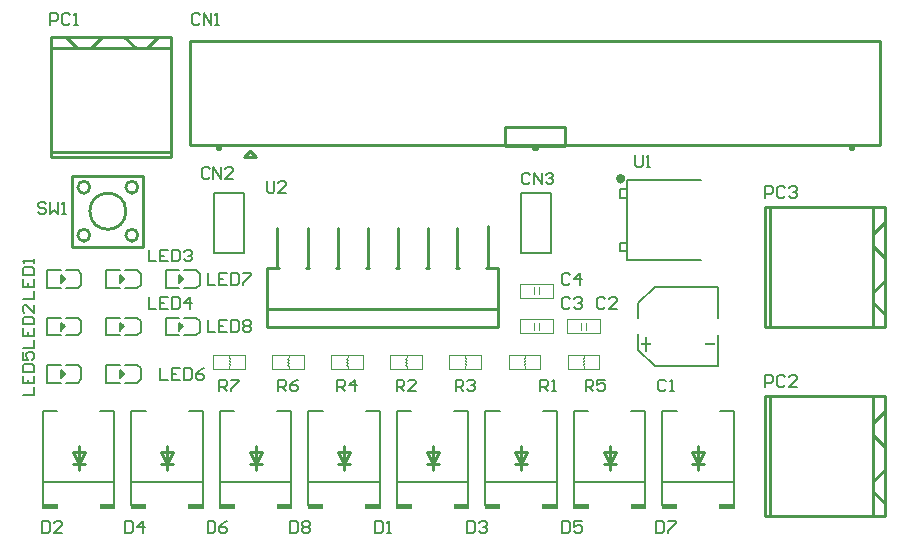
<source format=gto>
G04*
G04 #@! TF.GenerationSoftware,Altium Limited,Altium Designer,21.0.9 (235)*
G04*
G04 Layer_Color=65535*
%FSLAX25Y25*%
%MOIN*%
G70*
G04*
G04 #@! TF.SameCoordinates,53026D08-29A5-4720-9F6D-F62647EDBEAA*
G04*
G04*
G04 #@! TF.FilePolarity,Positive*
G04*
G01*
G75*
%ADD10C,0.01575*%
%ADD11C,0.01000*%
%ADD12C,0.00600*%
%ADD13C,0.00394*%
%ADD14C,0.00591*%
%ADD15C,0.00598*%
%ADD16C,0.00799*%
%ADD17C,0.00800*%
%ADD18C,0.00591*%
G36*
X197463Y291226D02*
X202699D01*
Y289426D01*
X197463D01*
Y291226D01*
D02*
G37*
G36*
X221891D02*
X216655D01*
Y289426D01*
X221891D01*
Y291226D01*
D02*
G37*
G36*
X226963D02*
X232199D01*
Y289426D01*
X226963D01*
Y291226D01*
D02*
G37*
G36*
X251391D02*
X246155D01*
Y289426D01*
X251391D01*
Y291226D01*
D02*
G37*
G36*
X256463D02*
X261699D01*
Y289426D01*
X256463D01*
Y291226D01*
D02*
G37*
G36*
X280891D02*
X275655D01*
Y289426D01*
X280891D01*
Y291226D01*
D02*
G37*
G36*
X285963D02*
X291199D01*
Y289426D01*
X285963D01*
Y291226D01*
D02*
G37*
G36*
X310391D02*
X305155D01*
Y289426D01*
X310391D01*
Y291226D01*
D02*
G37*
G36*
X315463D02*
X320699D01*
Y289426D01*
X315463D01*
Y291226D01*
D02*
G37*
G36*
X421661Y344028D02*
X418543D01*
Y344807D01*
X421661D01*
Y344028D01*
D02*
G37*
G36*
X399185Y344807D02*
X400354D01*
Y344028D01*
X399185D01*
Y341819D01*
X398406D01*
Y344028D01*
X397236D01*
Y344807D01*
X398406D01*
Y347016D01*
X399185D01*
Y344807D01*
D02*
G37*
G36*
X428391Y289426D02*
X423155D01*
Y291226D01*
X428391D01*
Y289426D01*
D02*
G37*
G36*
X409199D02*
X403963D01*
Y291226D01*
X409199D01*
Y289426D01*
D02*
G37*
G36*
X398891D02*
X393655D01*
Y291226D01*
X398891D01*
Y289426D01*
D02*
G37*
G36*
X379699D02*
X374463D01*
Y291226D01*
X379699D01*
Y289426D01*
D02*
G37*
G36*
X369391D02*
X364155D01*
Y291226D01*
X369391D01*
Y289426D01*
D02*
G37*
G36*
X350199D02*
X344963D01*
Y291226D01*
X350199D01*
Y289426D01*
D02*
G37*
G36*
X339891D02*
X334655D01*
Y291226D01*
X339891D01*
Y289426D01*
D02*
G37*
D10*
X390338Y398827D02*
G03*
X390328Y398827I-5J787D01*
G01*
D11*
X213398Y396773D02*
G03*
X213398Y396773I-2000J0D01*
G01*
X229390Y396779D02*
G03*
X229390Y396779I-2000J0D01*
G01*
X213389Y380779D02*
G03*
X213389Y380779I-2000J0D01*
G01*
X229390D02*
G03*
X229390Y380779I-2000J0D01*
G01*
X225411Y388779D02*
G03*
X225411Y388779I-6021J0D01*
G01*
X416177Y302580D02*
Y310580D01*
X414177Y304580D02*
X418177D01*
X416177D02*
X418177D01*
X414177Y308580D02*
X416177Y304580D01*
X414177Y308580D02*
X418177D01*
X416177Y304580D02*
X418177Y308580D01*
X386677Y302580D02*
Y310580D01*
X384677Y304580D02*
X388677D01*
X386677D02*
X388677D01*
X384677Y308580D02*
X386677Y304580D01*
X384677Y308580D02*
X388677D01*
X386677Y304580D02*
X388677Y308580D01*
X357177Y302580D02*
Y310580D01*
X355177Y304580D02*
X359177D01*
X357177D02*
X359177D01*
X355177Y308580D02*
X357177Y304580D01*
X355177Y308580D02*
X359177D01*
X357177Y304580D02*
X359177Y308580D01*
X327677Y302580D02*
Y310580D01*
X325677Y304580D02*
X329677D01*
X327677D02*
X329677D01*
X325677Y308580D02*
X327677Y304580D01*
X325677Y308580D02*
X329677D01*
X327677Y304580D02*
X329677Y308580D01*
X298177Y302580D02*
Y310580D01*
X296177Y304580D02*
X300177D01*
X298177D02*
X300177D01*
X296177Y308580D02*
X298177Y304580D01*
X296177Y308580D02*
X300177D01*
X298177Y304580D02*
X300177Y308580D01*
X268677Y302580D02*
Y310580D01*
X266677Y304580D02*
X270677D01*
X268677D02*
X270677D01*
X266677Y308580D02*
X268677Y304580D01*
X266677Y308580D02*
X270677D01*
X268677Y304580D02*
X270677Y308580D01*
X239177Y302580D02*
Y310580D01*
X237177Y304580D02*
X241177D01*
X239177D02*
X241177D01*
X237177Y308580D02*
X239177Y304580D01*
X237177Y308580D02*
X241177D01*
X239177Y304580D02*
X241177Y308580D01*
X209677Y302580D02*
Y310580D01*
X207677Y304580D02*
X211677D01*
X209677D02*
X211677D01*
X207677Y308580D02*
X209677Y304580D01*
X207677Y308580D02*
X211677D01*
X209677Y304580D02*
X211677Y308580D01*
X207579Y376969D02*
Y400591D01*
Y376969D02*
X231201D01*
Y400591D01*
X207579D02*
X231201D01*
X351771Y410508D02*
Y417008D01*
Y410508D02*
X371771D01*
Y417008D01*
X351771D02*
X371771D01*
X246811Y445394D02*
X476732D01*
Y410748D02*
Y445394D01*
X246811Y410748D02*
Y445394D01*
X266861Y408966D02*
X268861Y406966D01*
X264861D02*
X266861Y408966D01*
X264861Y406966D02*
X268861D01*
X466732Y409567D02*
Y410748D01*
Y409567D02*
X467868D01*
Y410748D01*
X362307Y409567D02*
Y410748D01*
X361171Y409567D02*
Y410748D01*
Y409567D02*
X362307D01*
X256914D02*
Y410748D01*
X255778Y409567D02*
Y410748D01*
Y409567D02*
X256914D01*
X246811Y410748D02*
X476732D01*
X205274Y446923D02*
X209054Y443143D01*
X213740D02*
X217520Y446923D01*
X224881Y446851D02*
X228661Y443071D01*
X232322D02*
X236102Y446851D01*
X200472Y408494D02*
X240414D01*
X240472Y406929D02*
Y446929D01*
X200472Y443036D02*
X240300D01*
X200472Y406939D02*
X240369D01*
X200472D02*
Y446939D01*
X240369D01*
X474639Y318505D02*
X478419Y322285D01*
X474639Y313819D02*
X478419Y310039D01*
X474567Y298898D02*
X478347Y302678D01*
X474567Y295237D02*
X478347Y291457D01*
X439990Y287145D02*
Y327087D01*
X438425Y287087D02*
X478425D01*
X474532Y287259D02*
Y327087D01*
X438435Y287190D02*
Y327087D01*
X478435D01*
Y287190D02*
Y327087D01*
X474639Y381497D02*
X478419Y385277D01*
X474639Y376811D02*
X478419Y373031D01*
X474567Y361890D02*
X478347Y365670D01*
X474567Y358229D02*
X478347Y354449D01*
X439990Y350137D02*
Y390079D01*
X438425Y350079D02*
X478425D01*
X474532Y350251D02*
Y390079D01*
X438435Y350182D02*
Y390079D01*
X478435D01*
Y350182D02*
Y390079D01*
X345534Y369724D02*
X349606D01*
X335534D02*
X336513D01*
X325534D02*
X326513D01*
X315534D02*
X316513D01*
X305534D02*
X306513D01*
X295534D02*
X296513D01*
X285534D02*
X286513D01*
X272441D02*
X276513D01*
X275858D02*
Y383110D01*
X286058Y369724D02*
Y383110D01*
X295958Y369724D02*
Y383110D01*
X305958Y369724D02*
Y383110D01*
X316058Y369724D02*
Y383110D01*
X326058Y369724D02*
Y383110D01*
X335858Y369724D02*
Y383110D01*
X346024Y370260D02*
Y383953D01*
X272441Y350040D02*
X349606D01*
X272441D02*
Y369724D01*
X349606Y350040D02*
Y369724D01*
X272441Y356339D02*
X349606D01*
D12*
X423355Y322235D02*
X428091D01*
X404263D02*
X408999D01*
X428091Y290926D02*
Y322235D01*
X404263Y290926D02*
Y322235D01*
Y298435D02*
X428091D01*
X392326Y372467D02*
X416942D01*
X392326D02*
Y399051D01*
X416942D01*
X422660Y347483D02*
X422739Y337104D01*
X401649D02*
X422739D01*
X396159Y342594D02*
X401649Y337104D01*
X396159Y342594D02*
X396211Y347694D01*
X422715Y353180D02*
X422741Y363686D01*
X401653D02*
X422741D01*
X396157Y358189D02*
X401653Y363686D01*
X396157Y353094D02*
Y358189D01*
X393855Y322235D02*
X398591D01*
X374763D02*
X379499D01*
X398591Y290926D02*
Y322235D01*
X374763Y290926D02*
Y322235D01*
Y298435D02*
X398591D01*
X364355Y322235D02*
X369091D01*
X345263D02*
X349999D01*
X369091Y290926D02*
Y322235D01*
X345263Y290926D02*
Y322235D01*
Y298435D02*
X369091D01*
X334855Y322235D02*
X339591D01*
X315763D02*
X320499D01*
X339591Y290926D02*
Y322235D01*
X315763Y290926D02*
Y322235D01*
Y298435D02*
X339591D01*
X305355Y322235D02*
X310091D01*
X286263D02*
X290999D01*
X310091Y290926D02*
Y322235D01*
X286263Y290926D02*
Y322235D01*
Y298435D02*
X310091D01*
X275855Y322235D02*
X280591D01*
X256763D02*
X261499D01*
X280591Y290926D02*
Y322235D01*
X256763Y290926D02*
Y322235D01*
Y298435D02*
X280591D01*
X246355Y322235D02*
X251091D01*
X227263D02*
X231999D01*
X251091Y290926D02*
Y322235D01*
X227263Y290926D02*
Y322235D01*
Y298435D02*
X251091D01*
X216855Y322235D02*
X221591D01*
X197763D02*
X202499D01*
X221591Y290926D02*
Y322235D01*
X197763Y290926D02*
Y322235D01*
Y298435D02*
X221591D01*
D13*
X313595Y336221D02*
X324213D01*
X313595Y340945D02*
X324213D01*
Y336221D02*
Y340945D01*
X313583Y336221D02*
Y340945D01*
X319100Y336221D02*
Y337100D01*
X318602Y337598D02*
X319100Y337100D01*
X318602Y337598D02*
X319095Y338090D01*
X318602Y338583D02*
X319095Y338090D01*
X318602Y338583D02*
X319095Y339075D01*
X318602Y339567D02*
X319095Y339075D01*
X318602Y339567D02*
X319100Y340065D01*
Y340945D01*
X378740Y349213D02*
Y351575D01*
X377165Y349213D02*
Y351575D01*
X372441Y348031D02*
Y352756D01*
Y348031D02*
X383465D01*
Y352756D01*
X372441D02*
X383465D01*
X361417Y361024D02*
Y363386D01*
X362992Y361024D02*
Y363386D01*
X367717Y359842D02*
Y364567D01*
X356693D02*
X367717D01*
X356693Y359842D02*
Y364567D01*
Y359842D02*
X367717D01*
X362992Y349213D02*
Y351575D01*
X361417Y349213D02*
Y351575D01*
X356693Y348031D02*
Y352756D01*
Y348031D02*
X367717D01*
Y352756D01*
X356693D02*
X367717D01*
X372650Y336221D02*
X383268D01*
X372650Y340945D02*
X383268D01*
Y336221D02*
Y340945D01*
X372638Y336221D02*
Y340945D01*
X378156Y336221D02*
Y337100D01*
X377657Y337598D02*
X378156Y337100D01*
X377657Y337598D02*
X378150Y338090D01*
X377657Y338583D02*
X378150Y338090D01*
X377657Y338583D02*
X378150Y339075D01*
X377657Y339567D02*
X378150Y339075D01*
X377657Y339567D02*
X378156Y340065D01*
Y340945D01*
X352965Y336221D02*
X363583D01*
X352965Y340945D02*
X363583D01*
Y336221D02*
Y340945D01*
X352953Y336221D02*
Y340945D01*
X358470Y336221D02*
Y337100D01*
X357972Y337598D02*
X358470Y337100D01*
X357972Y337598D02*
X358465Y338090D01*
X357972Y338583D02*
X358465Y338090D01*
X357972Y338583D02*
X358465Y339075D01*
X357972Y339567D02*
X358465Y339075D01*
X357972Y339567D02*
X358470Y340065D01*
Y340945D01*
X333268D02*
X343886D01*
X333268Y336221D02*
X343886D01*
X333268D02*
Y340945D01*
X343898Y336221D02*
Y340945D01*
X338380Y340065D02*
Y340945D01*
Y340065D02*
X338878Y339567D01*
X338386Y339075D02*
X338878Y339567D01*
X338386Y339075D02*
X338878Y338583D01*
X338386Y338090D02*
X338878Y338583D01*
X338386Y338090D02*
X338878Y337598D01*
X338380Y337100D02*
X338878Y337598D01*
X338380Y336221D02*
Y337100D01*
X293909Y336221D02*
X304528D01*
X293909Y340945D02*
X304528D01*
Y336221D02*
Y340945D01*
X293898Y336221D02*
Y340945D01*
X299415Y336221D02*
Y337100D01*
X298917Y337598D02*
X299415Y337100D01*
X298917Y337598D02*
X299409Y338090D01*
X298917Y338583D02*
X299409Y338090D01*
X298917Y338583D02*
X299409Y339075D01*
X298917Y339567D02*
X299409Y339075D01*
X298917Y339567D02*
X299415Y340065D01*
Y340945D01*
X274224Y336221D02*
X284843D01*
X274224Y340945D02*
X284843D01*
Y336221D02*
Y340945D01*
X274213Y336221D02*
Y340945D01*
X279730Y336221D02*
Y337100D01*
X279232Y337598D02*
X279730Y337100D01*
X279232Y337598D02*
X279724Y338090D01*
X279232Y338583D02*
X279724Y338090D01*
X279232Y338583D02*
X279724Y339075D01*
X279232Y339567D02*
X279724Y339075D01*
X279232Y339567D02*
X279730Y340065D01*
Y340945D01*
X254528D02*
X265146D01*
X254528Y336221D02*
X265146D01*
X254528D02*
Y340945D01*
X265158Y336221D02*
Y340945D01*
X259640Y340065D02*
Y340945D01*
Y340065D02*
X260138Y339567D01*
X259646Y339075D02*
X260138Y339567D01*
X259646Y339075D02*
X260138Y338583D01*
X259646Y338090D02*
X260138Y338583D01*
X259646Y338090D02*
X260138Y337598D01*
X259640Y337100D02*
X260138Y337598D01*
X259640Y336221D02*
Y337100D01*
D14*
X243227Y367415D02*
X243266D01*
X244565Y366116D01*
X243227Y364738D02*
Y364777D01*
X244565Y366116D01*
X243227Y364738D02*
Y367415D01*
X238620Y363163D02*
X243148D01*
X238620Y369069D02*
X243148D01*
X238620Y363163D02*
Y368990D01*
X244644Y369078D02*
X248778D01*
X249959Y367503D02*
Y367897D01*
X248778Y369078D02*
X249959Y367897D01*
Y364748D02*
Y367503D01*
Y364353D02*
Y364748D01*
X248778Y363172D02*
X249959Y364353D01*
X244644Y363172D02*
X248778D01*
X243227Y366116D02*
X244565D01*
X243227Y351667D02*
X243266D01*
X244565Y350368D01*
X243227Y348990D02*
Y349029D01*
X244565Y350368D01*
X243227Y348990D02*
Y351667D01*
X238620Y347415D02*
X243148D01*
X238620Y353321D02*
X243148D01*
X238620Y347415D02*
Y353242D01*
X244644Y353330D02*
X248778D01*
X249959Y351755D02*
Y352149D01*
X248778Y353330D02*
X249959Y352149D01*
Y349000D02*
Y351755D01*
Y348605D02*
Y349000D01*
X248778Y347424D02*
X249959Y348605D01*
X244644Y347424D02*
X248778D01*
X243227Y350368D02*
X244565D01*
X223542Y351667D02*
X223581D01*
X224880Y350368D01*
X223542Y348990D02*
Y349029D01*
X224880Y350368D01*
X223542Y348990D02*
Y351667D01*
X218935Y347415D02*
X223463D01*
X218935Y353321D02*
X223463D01*
X218935Y347415D02*
Y353242D01*
X224959Y353330D02*
X229093D01*
X230274Y351755D02*
Y352149D01*
X229093Y353330D02*
X230274Y352149D01*
Y349000D02*
Y351755D01*
Y348605D02*
Y349000D01*
X229093Y347424D02*
X230274Y348605D01*
X224959Y347424D02*
X229093D01*
X223542Y350368D02*
X224880D01*
X223542Y335919D02*
X223581D01*
X224880Y334620D01*
X223542Y333242D02*
Y333281D01*
X224880Y334620D01*
X223542Y333242D02*
Y335919D01*
X218935Y331667D02*
X223463D01*
X218935Y337573D02*
X223463D01*
X218935Y331667D02*
Y337494D01*
X224959Y337582D02*
X229093D01*
X230274Y336007D02*
Y336401D01*
X229093Y337582D02*
X230274Y336401D01*
Y333251D02*
Y336007D01*
Y332857D02*
Y333251D01*
X229093Y331676D02*
X230274Y332857D01*
X224959Y331676D02*
X229093D01*
X223542Y334620D02*
X224880D01*
X203857Y335919D02*
X203896D01*
X205195Y334620D01*
X203857Y333242D02*
Y333281D01*
X205195Y334620D01*
X203857Y333242D02*
Y335919D01*
X199250Y331667D02*
X203778D01*
X199250Y337573D02*
X203778D01*
X199250Y331667D02*
Y337494D01*
X205274Y337582D02*
X209408D01*
X210589Y336007D02*
Y336401D01*
X209408Y337582D02*
X210589Y336401D01*
Y333251D02*
Y336007D01*
Y332857D02*
Y333251D01*
X209408Y331676D02*
X210589Y332857D01*
X205274Y331676D02*
X209408D01*
X203857Y334620D02*
X205195D01*
X223542Y367415D02*
X223581D01*
X224880Y366116D01*
X223542Y364738D02*
Y364777D01*
X224880Y366116D01*
X223542Y364738D02*
Y367415D01*
X218935Y363163D02*
X223463D01*
X218935Y369069D02*
X223463D01*
X218935Y363163D02*
Y368990D01*
X224959Y369078D02*
X229093D01*
X230274Y367503D02*
Y367897D01*
X229093Y369078D02*
X230274Y367897D01*
Y364748D02*
Y367503D01*
Y364353D02*
Y364748D01*
X229093Y363172D02*
X230274Y364353D01*
X224959Y363172D02*
X229093D01*
X223542Y366116D02*
X224880D01*
X203857Y351667D02*
X203896D01*
X205195Y350368D01*
X203857Y348990D02*
Y349029D01*
X205195Y350368D01*
X203857Y348990D02*
Y351667D01*
X199250Y347415D02*
X203778D01*
X199250Y353321D02*
X203778D01*
X199250Y347415D02*
Y353242D01*
X205274Y353330D02*
X209408D01*
X210589Y351755D02*
Y352149D01*
X209408Y353330D02*
X210589Y352149D01*
Y349000D02*
Y351755D01*
Y348605D02*
Y349000D01*
X209408Y347424D02*
X210589Y348605D01*
X205274Y347424D02*
X209408D01*
X203857Y350368D02*
X205195D01*
X203857Y367415D02*
X203896D01*
X205195Y366116D01*
X203857Y364738D02*
Y364777D01*
X205195Y366116D01*
X203857Y364738D02*
Y367415D01*
X199250Y363163D02*
X203778D01*
X199250Y369069D02*
X203778D01*
X199250Y363163D02*
Y368990D01*
X205274Y369078D02*
X209408D01*
X210589Y367503D02*
Y367897D01*
X209408Y369078D02*
X210589Y367897D01*
Y364748D02*
Y367503D01*
Y364353D02*
Y364748D01*
X209408Y363172D02*
X210589Y364353D01*
X205274Y363172D02*
X209408D01*
X203857Y366116D02*
X205195D01*
D15*
X392331Y393327D02*
Y393368D01*
X390141Y393327D02*
X392331D01*
X390141D02*
Y396247D01*
X392331D01*
Y375413D02*
Y375454D01*
X390141Y375413D02*
X392331D01*
X390141D02*
Y378333D01*
X392331D01*
D16*
X264843Y374764D02*
Y387264D01*
X357205Y382264D02*
Y394764D01*
D17*
X264843Y387264D02*
Y394764D01*
X254843D02*
X264843D01*
X254843Y374764D02*
Y394764D01*
Y374764D02*
X264843D01*
X357205D02*
Y382264D01*
Y374764D02*
X367205D01*
Y394764D01*
X357205D02*
X367205D01*
D18*
X402232Y285432D02*
Y281497D01*
X404200D01*
X404856Y282153D01*
Y284776D01*
X404200Y285432D01*
X402232D01*
X406168D02*
X408792D01*
Y284776D01*
X406168Y282153D01*
Y281497D01*
X315618Y328741D02*
Y332677D01*
X317586D01*
X318242Y332021D01*
Y330709D01*
X317586Y330053D01*
X315618D01*
X316930D02*
X318242Y328741D01*
X322177D02*
X319554D01*
X322177Y331365D01*
Y332021D01*
X321521Y332677D01*
X320210D01*
X319554Y332021D01*
X252627Y368110D02*
Y364174D01*
X255251D01*
X259187Y368110D02*
X256563D01*
Y364174D01*
X259187D01*
X256563Y366142D02*
X257875D01*
X260498Y368110D02*
Y364174D01*
X262466D01*
X263122Y364830D01*
Y367454D01*
X262466Y368110D01*
X260498D01*
X264434D02*
X267058D01*
Y367454D01*
X264434Y364830D01*
Y364174D01*
X252627Y352362D02*
Y348426D01*
X255251D01*
X259187Y352362D02*
X256563D01*
Y348426D01*
X259187D01*
X256563Y350394D02*
X257875D01*
X260498Y352362D02*
Y348426D01*
X262466D01*
X263122Y349082D01*
Y351706D01*
X262466Y352362D01*
X260498D01*
X264434Y351706D02*
X265090Y352362D01*
X266402D01*
X267058Y351706D01*
Y351050D01*
X266402Y350394D01*
X267058Y349738D01*
Y349082D01*
X266402Y348426D01*
X265090D01*
X264434Y349082D01*
Y349738D01*
X265090Y350394D01*
X264434Y351050D01*
Y351706D01*
X265090Y350394D02*
X266402D01*
X232942Y360236D02*
Y356300D01*
X235566D01*
X239502Y360236D02*
X236878D01*
Y356300D01*
X239502D01*
X236878Y358268D02*
X238190D01*
X240813Y360236D02*
Y356300D01*
X242781D01*
X243437Y356956D01*
Y359580D01*
X242781Y360236D01*
X240813D01*
X246717Y356300D02*
Y360236D01*
X244749Y358268D01*
X247373D01*
X236879Y336613D02*
Y332678D01*
X239503D01*
X243439Y336613D02*
X240815D01*
Y332678D01*
X243439D01*
X240815Y334646D02*
X242127D01*
X244750Y336613D02*
Y332678D01*
X246718D01*
X247374Y333334D01*
Y335958D01*
X246718Y336613D01*
X244750D01*
X251310D02*
X249998Y335958D01*
X248686Y334646D01*
Y333334D01*
X249342Y332678D01*
X250654D01*
X251310Y333334D01*
Y333990D01*
X250654Y334646D01*
X248686D01*
X190945Y327430D02*
X194881D01*
Y330054D01*
X190945Y333990D02*
Y331366D01*
X194881D01*
Y333990D01*
X192913Y331366D02*
Y332678D01*
X190945Y335302D02*
X194881D01*
Y337269D01*
X194225Y337926D01*
X191601D01*
X190945Y337269D01*
Y335302D01*
Y341861D02*
Y339237D01*
X192913D01*
X192257Y340549D01*
Y341205D01*
X192913Y341861D01*
X194225D01*
X194881Y341205D01*
Y339893D01*
X194225Y339237D01*
X395014Y407480D02*
Y404200D01*
X395670Y403544D01*
X396982D01*
X397638Y404200D01*
Y407480D01*
X398950Y403544D02*
X400262D01*
X399606D01*
Y407480D01*
X398950Y406824D01*
X385171Y359580D02*
X384515Y360236D01*
X383203D01*
X382547Y359580D01*
Y356956D01*
X383203Y356300D01*
X384515D01*
X385171Y356956D01*
X389107Y356300D02*
X386483D01*
X389107Y358924D01*
Y359580D01*
X388451Y360236D01*
X387139D01*
X386483Y359580D01*
X373360Y367454D02*
X372704Y368110D01*
X371392D01*
X370736Y367454D01*
Y364830D01*
X371392Y364174D01*
X372704D01*
X373360Y364830D01*
X376640Y364174D02*
Y368110D01*
X374672Y366142D01*
X377295D01*
X373360Y359580D02*
X372704Y360236D01*
X371392D01*
X370736Y359580D01*
Y356956D01*
X371392Y356300D01*
X372704D01*
X373360Y356956D01*
X374672Y359580D02*
X375328Y360236D01*
X376640D01*
X377295Y359580D01*
Y358924D01*
X376640Y358268D01*
X375984D01*
X376640D01*
X377295Y357612D01*
Y356956D01*
X376640Y356300D01*
X375328D01*
X374672Y356956D01*
X405512Y332021D02*
X404856Y332677D01*
X403544D01*
X402888Y332021D01*
Y329397D01*
X403544Y328741D01*
X404856D01*
X405512Y329397D01*
X406824Y328741D02*
X408136D01*
X407480D01*
Y332677D01*
X406824Y332021D01*
X378610Y328741D02*
Y332677D01*
X380578D01*
X381234Y332021D01*
Y330709D01*
X380578Y330053D01*
X378610D01*
X379922D02*
X381234Y328741D01*
X385170Y332677D02*
X382546D01*
Y330709D01*
X383858Y331365D01*
X384514D01*
X385170Y330709D01*
Y329397D01*
X384514Y328741D01*
X383202D01*
X382546Y329397D01*
X363518Y328741D02*
Y332677D01*
X365486D01*
X366142Y332021D01*
Y330709D01*
X365486Y330053D01*
X363518D01*
X364830D02*
X366142Y328741D01*
X367454D02*
X368766D01*
X368110D01*
Y332677D01*
X367454Y332021D01*
X335303Y328741D02*
Y332677D01*
X337271D01*
X337927Y332021D01*
Y330709D01*
X337271Y330053D01*
X335303D01*
X336615D02*
X337927Y328741D01*
X339239Y332021D02*
X339895Y332677D01*
X341207D01*
X341863Y332021D01*
Y331365D01*
X341207Y330709D01*
X340551D01*
X341207D01*
X341863Y330053D01*
Y329397D01*
X341207Y328741D01*
X339895D01*
X339239Y329397D01*
X295933Y328741D02*
Y332677D01*
X297901D01*
X298557Y332021D01*
Y330709D01*
X297901Y330053D01*
X295933D01*
X297245D02*
X298557Y328741D01*
X301836D02*
Y332677D01*
X299869Y330709D01*
X302492D01*
X276248Y328741D02*
Y332677D01*
X278216D01*
X278872Y332021D01*
Y330709D01*
X278216Y330053D01*
X276248D01*
X277560D02*
X278872Y328741D01*
X282807Y332677D02*
X281495Y332021D01*
X280184Y330709D01*
Y329397D01*
X280839Y328741D01*
X282151D01*
X282807Y329397D01*
Y330053D01*
X282151Y330709D01*
X280184D01*
X256563Y328741D02*
Y332677D01*
X258531D01*
X259187Y332021D01*
Y330709D01*
X258531Y330053D01*
X256563D01*
X257875D02*
X259187Y328741D01*
X260498Y332677D02*
X263122D01*
Y332021D01*
X260498Y329397D01*
Y328741D01*
X370736Y285432D02*
Y281497D01*
X372704D01*
X373360Y282153D01*
Y284776D01*
X372704Y285432D01*
X370736D01*
X377295D02*
X374672D01*
Y283465D01*
X375984Y284120D01*
X376640D01*
X377295Y283465D01*
Y282153D01*
X376640Y281497D01*
X375328D01*
X374672Y282153D01*
X339240Y285432D02*
Y281497D01*
X341208D01*
X341864Y282153D01*
Y284776D01*
X341208Y285432D01*
X339240D01*
X343176Y284776D02*
X343832Y285432D01*
X345144D01*
X345799Y284776D01*
Y284120D01*
X345144Y283465D01*
X344488D01*
X345144D01*
X345799Y282809D01*
Y282153D01*
X345144Y281497D01*
X343832D01*
X343176Y282153D01*
X308400Y285432D02*
Y281497D01*
X310368D01*
X311024Y282153D01*
Y284776D01*
X310368Y285432D01*
X308400D01*
X312335Y281497D02*
X313647D01*
X312991D01*
Y285432D01*
X312335Y284776D01*
X280185Y285432D02*
Y281497D01*
X282153D01*
X282809Y282153D01*
Y284776D01*
X282153Y285432D01*
X280185D01*
X284120Y284776D02*
X284776Y285432D01*
X286088D01*
X286744Y284776D01*
Y284120D01*
X286088Y283465D01*
X286744Y282809D01*
Y282153D01*
X286088Y281497D01*
X284776D01*
X284120Y282153D01*
Y282809D01*
X284776Y283465D01*
X284120Y284120D01*
Y284776D01*
X284776Y283465D02*
X286088D01*
X252626Y285432D02*
Y281497D01*
X254594D01*
X255250Y282153D01*
Y284776D01*
X254594Y285432D01*
X252626D01*
X259185D02*
X257873Y284776D01*
X256561Y283465D01*
Y282153D01*
X257217Y281497D01*
X258529D01*
X259185Y282153D01*
Y282809D01*
X258529Y283465D01*
X256561D01*
X225067Y285432D02*
Y281497D01*
X227034D01*
X227691Y282153D01*
Y284776D01*
X227034Y285432D01*
X225067D01*
X230970Y281497D02*
Y285432D01*
X229002Y283465D01*
X231626D01*
X197508Y285432D02*
Y281497D01*
X199476D01*
X200131Y282153D01*
Y284776D01*
X199476Y285432D01*
X197508D01*
X204067Y281497D02*
X201443D01*
X204067Y284120D01*
Y284776D01*
X203411Y285432D01*
X202099D01*
X201443Y284776D01*
X232942Y375984D02*
Y372048D01*
X235566D01*
X239502Y375984D02*
X236878D01*
Y372048D01*
X239502D01*
X236878Y374016D02*
X238190D01*
X240813Y375984D02*
Y372048D01*
X242781D01*
X243437Y372704D01*
Y375328D01*
X242781Y375984D01*
X240813D01*
X244749Y375328D02*
X245405Y375984D01*
X246717D01*
X247373Y375328D01*
Y374672D01*
X246717Y374016D01*
X246061D01*
X246717D01*
X247373Y373360D01*
Y372704D01*
X246717Y372048D01*
X245405D01*
X244749Y372704D01*
X190945Y343178D02*
X194881D01*
Y345802D01*
X190945Y349738D02*
Y347114D01*
X194881D01*
Y349738D01*
X192913Y347114D02*
Y348426D01*
X190945Y351050D02*
X194881D01*
Y353017D01*
X194225Y353674D01*
X191602D01*
X190945Y353017D01*
Y351050D01*
X194881Y357609D02*
Y354985D01*
X192257Y357609D01*
X191602D01*
X190945Y356953D01*
Y355641D01*
X191602Y354985D01*
X190945Y359582D02*
X194881D01*
Y362206D01*
X190945Y366142D02*
Y363518D01*
X194881D01*
Y366142D01*
X192913Y363518D02*
Y364830D01*
X190945Y367454D02*
X194881D01*
Y369422D01*
X194225Y370077D01*
X191602D01*
X190945Y369422D01*
Y367454D01*
X194881Y371389D02*
Y372701D01*
Y372045D01*
X190945D01*
X191602Y371389D01*
X253282Y402887D02*
X252626Y403543D01*
X251314D01*
X250658Y402887D01*
Y400263D01*
X251314Y399607D01*
X252626D01*
X253282Y400263D01*
X254594Y399607D02*
Y403543D01*
X257217Y399607D01*
Y403543D01*
X261153Y399607D02*
X258529D01*
X261153Y402231D01*
Y402887D01*
X260497Y403543D01*
X259185D01*
X258529Y402887D01*
X198819Y391076D02*
X198164Y391732D01*
X196852D01*
X196196Y391076D01*
Y390420D01*
X196852Y389764D01*
X198164D01*
X198819Y389108D01*
Y388452D01*
X198164Y387796D01*
X196852D01*
X196196Y388452D01*
X200131Y391732D02*
Y387796D01*
X201443Y389108D01*
X202755Y387796D01*
Y391732D01*
X204067Y387796D02*
X205379D01*
X204723D01*
Y391732D01*
X204067Y391076D01*
X250001Y454068D02*
X249345Y454724D01*
X248033D01*
X247377Y454068D01*
Y451444D01*
X248033Y450788D01*
X249345D01*
X250001Y451444D01*
X251313Y450788D02*
Y454724D01*
X253936Y450788D01*
Y454724D01*
X255248Y450788D02*
X256560D01*
X255904D01*
Y454724D01*
X255248Y454068D01*
X200133Y450788D02*
Y454724D01*
X202101D01*
X202757Y454068D01*
Y452756D01*
X202101Y452100D01*
X200133D01*
X206692Y454068D02*
X206036Y454724D01*
X204724D01*
X204068Y454068D01*
Y451444D01*
X204724Y450788D01*
X206036D01*
X206692Y451444D01*
X208004Y450788D02*
X209316D01*
X208660D01*
Y454724D01*
X208004Y454068D01*
X438514Y330130D02*
Y334066D01*
X440482D01*
X441138Y333410D01*
Y332098D01*
X440482Y331442D01*
X438514D01*
X445074Y333410D02*
X444418Y334066D01*
X443106D01*
X442450Y333410D01*
Y330786D01*
X443106Y330130D01*
X444418D01*
X445074Y330786D01*
X449010Y330130D02*
X446386D01*
X449010Y332754D01*
Y333410D01*
X448353Y334066D01*
X447042D01*
X446386Y333410D01*
X438514Y393130D02*
Y397066D01*
X440482D01*
X441138Y396410D01*
Y395098D01*
X440482Y394442D01*
X438514D01*
X445074Y396410D02*
X444418Y397066D01*
X443106D01*
X442450Y396410D01*
Y393786D01*
X443106Y393130D01*
X444418D01*
X445074Y393786D01*
X446386Y396410D02*
X447042Y397066D01*
X448353D01*
X449010Y396410D01*
Y395754D01*
X448353Y395098D01*
X447698D01*
X448353D01*
X449010Y394442D01*
Y393786D01*
X448353Y393130D01*
X447042D01*
X446386Y393786D01*
X360038Y401010D02*
X359382Y401666D01*
X358070D01*
X357414Y401010D01*
Y398386D01*
X358070Y397730D01*
X359382D01*
X360038Y398386D01*
X361350Y397730D02*
Y401666D01*
X363974Y397730D01*
Y401666D01*
X365286Y401010D02*
X365942Y401666D01*
X367253D01*
X367910Y401010D01*
Y400354D01*
X367253Y399698D01*
X366598D01*
X367253D01*
X367910Y399042D01*
Y398386D01*
X367253Y397730D01*
X365942D01*
X365286Y398386D01*
X272314Y398866D02*
Y395586D01*
X272970Y394930D01*
X274282D01*
X274938Y395586D01*
Y398866D01*
X278874Y394930D02*
X276250D01*
X278874Y397554D01*
Y398210D01*
X278218Y398866D01*
X276906D01*
X276250Y398210D01*
M02*

</source>
